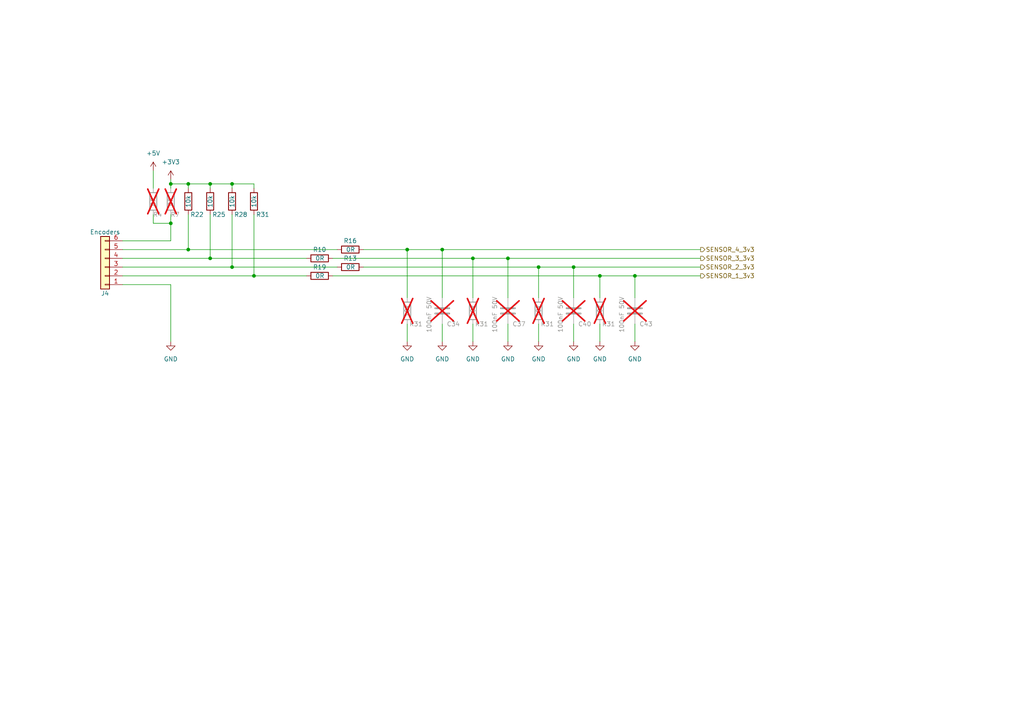
<source format=kicad_sch>
(kicad_sch (version 20230121) (generator eeschema)
  (paper "A4")
  (lib_symbols
    (symbol "Connector_Generic:Conn_01x06" (pin_names (offset 1.016) hide)
      (property "Reference" "J" (at 0 7.62 0))
      (property "Value" "Conn_01x06" (at 0 -10.16 0))
      (symbol "Conn_01x06_1_1"
        (rectangle (start -1.27 -7.493) (end 0 -7.747) (stroke (width 0.1524)))
        (rectangle (start -1.27 -4.953) (end 0 -5.207) (stroke (width 0.1524)))
        (rectangle (start -1.27 -2.413) (end 0 -2.667) (stroke (width 0.1524)))
        (rectangle (start -1.27 0.127) (end 0 -0.127) (stroke (width 0.1524)))
        (rectangle (start -1.27 2.667) (end 0 2.413) (stroke (width 0.1524)))
        (rectangle (start -1.27 5.207) (end 0 4.953) (stroke (width 0.1524)))
        (rectangle (start -1.27 6.35) (end 1.27 -8.89) (stroke (width 0.254)) (fill (type background)))
        (pin passive line (at -5.08 5.08 0) (length 3.81) (name "Pin_1") (number "1"))
        (pin passive line (at -5.08 2.54 0) (length 3.81) (name "Pin_2") (number "2"))
        (pin passive line (at -5.08 0 0) (length 3.81) (name "Pin_3") (number "3"))
        (pin passive line (at -5.08 -2.54 0) (length 3.81) (name "Pin_4") (number "4"))
        (pin passive line (at -5.08 -5.08 0) (length 3.81) (name "Pin_5") (number "5"))
        (pin passive line (at -5.08 -7.62 0) (length 3.81) (name "Pin_6") (number "6"))
      )
    )
    (symbol "cocotter_capacitors:C_100nF_50V_0603" (pin_numbers hide) (pin_names (offset 0.254))
      (property "Reference" "C" (at 0.635 2.54 0))
      (property "Value" "100nF 50V" (at 0.635 -2.54 0))
      (symbol "C_100nF_50V_0603_0_1"
        (polyline (pts (xy -2.032 -0.762) (xy 2.032 -0.762)) (stroke (width 0.508)))
        (polyline (pts (xy -2.032 0.762) (xy 2.032 0.762)) (stroke (width 0.508)))
      )
      (symbol "C_100nF_50V_0603_1_1"
        (pin passive line (at 0 3.81 270) (length 2.794) (name "~") (number "1"))
        (pin passive line (at 0 -3.81 90) (length 2.794) (name "~") (number "2"))
      )
    )
    (symbol "cocotter_resistors:R_0R_0603" (pin_numbers hide) (pin_names (offset 0))
      (property "Reference" "R" (at 1.27 1.27 0))
      (property "Value" "0R" (at 3.81 -1.27 0))
      (symbol "R_0R_0603_0_1"
        (rectangle (start -1.016 -2.54) (end 1.016 2.54) (stroke (width 0.254)))
      )
      (symbol "R_0R_0603_1_1"
        (pin passive line (at 0 3.81 270) (length 1.27) (name "~") (number "1"))
        (pin passive line (at 0 -3.81 90) (length 1.27) (name "~") (number "2"))
      )
    )
    (symbol "cocotter_resistors:R_10k_0603_1%" (pin_numbers hide) (pin_names (offset 0))
      (property "Reference" "R" (at 1.27 1.27 0))
      (property "Value" "10k" (at 3.81 -1.27 0))
      (symbol "R_10k_0603_1%_0_1"
        (rectangle (start -1.016 -2.54) (end 1.016 2.54) (stroke (width 0.254)))
      )
      (symbol "R_10k_0603_1%_1_1"
        (pin passive line (at 0 3.81 270) (length 1.27) (name "~") (number "1"))
        (pin passive line (at 0 -3.81 90) (length 1.27) (name "~") (number "2"))
      )
    )
    (symbol "power:+3V3" (power) (pin_names (offset 0))
      (property "Value" "+3V3" (at 0 3.556 0))
      (symbol "+3V3_0_1"
        (polyline (pts (xy -0.762 1.27) (xy 0 2.54)))
        (polyline (pts (xy 0 0) (xy 0 2.54)))
        (polyline (pts (xy 0 2.54) (xy 0.762 1.27)))
      )
      (symbol "+3V3_1_1"
        (pin power_in line (at 0 0 90) (length 0) hide (name "+3V3") (number "1"))
      )
    )
    (symbol "power:+5V" (power) (pin_names (offset 0))
      (property "Value" "+5V" (at 0 3.556 0))
      (symbol "+5V_0_1"
        (polyline (pts (xy -0.762 1.27) (xy 0 2.54)))
        (polyline (pts (xy 0 0) (xy 0 2.54)))
        (polyline (pts (xy 0 2.54) (xy 0.762 1.27)))
      )
      (symbol "+5V_1_1"
        (pin power_in line (at 0 0 90) (length 0) hide (name "+5V") (number "1"))
      )
    )
    (symbol "power:GND" (power) (pin_names (offset 0))
      (property "Value" "GND" (at 0 -3.81 0))
      (symbol "GND_0_1"
        (polyline (pts (xy 0 0) (xy 0 -1.27) (xy 1.27 -1.27) (xy 0 -2.54) (xy -1.27 -1.27) (xy 0 -1.27)))
      )
      (symbol "GND_1_1"
        (pin power_in line (at 0 0 270) (length 0) hide (name "GND") (number "1"))
      )
    )
  )
  (junction (at 49.53 53.34))
  (junction (at 118.11 72.39))
  (junction (at 49.53 64.77))
  (junction (at 173.99 80.01))
  (junction (at 54.61 53.34))
  (junction (at 60.96 74.93))
  (junction (at 166.37 77.47))
  (junction (at 184.15 80.01))
  (junction (at 137.16 74.93))
  (junction (at 156.21 77.47))
  (junction (at 60.96 53.34))
  (junction (at 73.66 80.01))
  (junction (at 67.31 53.34))
  (junction (at 128.27 72.39))
  (junction (at 147.32 74.93))
  (junction (at 54.61 72.39))
  (junction (at 67.31 77.47))
  (wire (pts (xy 118.11 93.98) (xy 118.11 99.06)))
  (wire (pts (xy 49.53 69.85) (xy 49.53 64.77)))
  (wire (pts (xy 60.96 74.93) (xy 88.9 74.93)))
  (wire (pts (xy 35.56 77.47) (xy 67.31 77.47)))
  (wire (pts (xy 54.61 53.34) (xy 60.96 53.34)))
  (wire (pts (xy 147.32 74.93) (xy 203.2 74.93)))
  (wire (pts (xy 128.27 72.39) (xy 203.2 72.39)))
  (wire (pts (xy 96.52 80.01) (xy 173.99 80.01)))
  (wire (pts (xy 118.11 72.39) (xy 128.27 72.39)))
  (wire (pts (xy 156.21 77.47) (xy 166.37 77.47)))
  (wire (pts (xy 35.56 80.01) (xy 73.66 80.01)))
  (wire (pts (xy 49.53 53.34) (xy 54.61 53.34)))
  (wire (pts (xy 96.52 74.93) (xy 137.16 74.93)))
  (wire (pts (xy 128.27 93.98) (xy 128.27 99.06)))
  (wire (pts (xy 54.61 62.23) (xy 54.61 72.39)))
  (wire (pts (xy 54.61 72.39) (xy 97.79 72.39)))
  (wire (pts (xy 128.27 72.39) (xy 128.27 86.36)))
  (wire (pts (xy 156.21 93.98) (xy 156.21 99.06)))
  (wire (pts (xy 166.37 77.47) (xy 166.37 86.36)))
  (wire (pts (xy 49.53 64.77) (xy 49.53 62.23)))
  (wire (pts (xy 49.53 53.34) (xy 49.53 54.61)))
  (wire (pts (xy 73.66 53.34) (xy 73.66 54.61)))
  (wire (pts (xy 67.31 77.47) (xy 97.79 77.47)))
  (wire (pts (xy 49.53 99.06) (xy 49.53 82.55)))
  (wire (pts (xy 49.53 52.07) (xy 49.53 53.34)))
  (wire (pts (xy 147.32 74.93) (xy 147.32 86.36)))
  (wire (pts (xy 166.37 93.98) (xy 166.37 99.06)))
  (wire (pts (xy 67.31 53.34) (xy 73.66 53.34)))
  (wire (pts (xy 173.99 93.98) (xy 173.99 99.06)))
  (wire (pts (xy 54.61 53.34) (xy 54.61 54.61)))
  (wire (pts (xy 166.37 77.47) (xy 203.2 77.47)))
  (wire (pts (xy 137.16 74.93) (xy 137.16 86.36)))
  (wire (pts (xy 184.15 80.01) (xy 203.2 80.01)))
  (wire (pts (xy 105.41 72.39) (xy 118.11 72.39)))
  (wire (pts (xy 44.45 64.77) (xy 49.53 64.77)))
  (wire (pts (xy 60.96 53.34) (xy 60.96 54.61)))
  (wire (pts (xy 73.66 62.23) (xy 73.66 80.01)))
  (wire (pts (xy 173.99 80.01) (xy 173.99 86.36)))
  (wire (pts (xy 67.31 62.23) (xy 67.31 77.47)))
  (wire (pts (xy 67.31 53.34) (xy 67.31 54.61)))
  (wire (pts (xy 44.45 62.23) (xy 44.45 64.77)))
  (wire (pts (xy 184.15 93.98) (xy 184.15 99.06)))
  (wire (pts (xy 173.99 80.01) (xy 184.15 80.01)))
  (wire (pts (xy 49.53 82.55) (xy 35.56 82.55)))
  (wire (pts (xy 137.16 93.98) (xy 137.16 99.06)))
  (wire (pts (xy 184.15 80.01) (xy 184.15 86.36)))
  (wire (pts (xy 44.45 49.53) (xy 44.45 54.61)))
  (wire (pts (xy 137.16 74.93) (xy 147.32 74.93)))
  (wire (pts (xy 105.41 77.47) (xy 156.21 77.47)))
  (wire (pts (xy 35.56 72.39) (xy 54.61 72.39)))
  (wire (pts (xy 156.21 77.47) (xy 156.21 86.36)))
  (wire (pts (xy 147.32 93.98) (xy 147.32 99.06)))
  (wire (pts (xy 60.96 53.34) (xy 67.31 53.34)))
  (wire (pts (xy 60.96 62.23) (xy 60.96 74.93)))
  (wire (pts (xy 35.56 74.93) (xy 60.96 74.93)))
  (wire (pts (xy 73.66 80.01) (xy 88.9 80.01)))
  (wire (pts (xy 118.11 72.39) (xy 118.11 86.36)))
  (wire (pts (xy 35.56 69.85) (xy 49.53 69.85)))
  (hierarchical_label "SENSOR_4_3v3" (shape output) (at 203.2 72.39 0))
  (hierarchical_label "SENSOR_2_3v3" (shape output) (at 203.2 77.47 0))
  (hierarchical_label "SENSOR_1_3v3" (shape output) (at 203.2 80.01 0))
  (hierarchical_label "SENSOR_3_3v3" (shape output) (at 203.2 74.93 0))
  (symbol (lib_id "cocotter_capacitors:C_100nF_50V_0603") (at 166.37 90.17 0) (unit 1) (dnp yes)
    (property "Reference" "C40" (at 167.64 93.98 0) (effects (justify left)))
    (property "Value" "100nF 50V" (at 162.56 96.52 90) (effects (justify left)))
    (property "Specification" "100nF 50V X7R 0603 " (effects hide))
    (instances (project "asserv_2023" (path "" (reference "C40") (unit 1)) (path "" (reference "C41") (unit 1)) (path "" (reference "C42") (unit 1))))
  )
  (symbol (lib_id "cocotter_resistors:R_0R_0603") (at 92.71 80.01 90) (mirror x) (unit 1)
    (property "Reference" "R19" (at 92.71 77.47 90))
    (property "Value" "0R" (at 91.44 80.01 90) (effects (justify right)))
    (property "Footprint" "cocotter_resistor:r0603_reflow" (effects hide))
    (property "Specification" "0R 0603 20mOhms max 100mW" (effects hide))
    (instances (project "asserv_2023" (path "" (reference "R19") (unit 1)) (path "" (reference "R20") (unit 1)) (path "" (reference "R21") (unit 1)) (path "" (reference "R13") (unit 1)) (path "" (reference "R23") (unit 1)) (path "" (reference "R33") (unit 1))))
  )
  (symbol (lib_id "cocotter_resistors:R_10k_0603_1%") (at 73.66 58.42 0) (unit 1)
    (property "Reference" "R31" (at 76.2 62.23 0))
    (property "Value" "10k" (at 73.66 58.42 90))
    (property "Footprint" "cocotter_resistor:r0603_reflow" (effects hide))
    (property "Specification" "10k 0603 1% 100mW" (effects hide))
    (property "mouser" "603-RC0603FR-10100KL" (effects hide))
    (instances (project "asserv_2023" (path "" (reference "R31") (unit 1)) (path "" (reference "R32") (unit 1)) (path "" (reference "R33") (unit 1)) (path "" (reference "R9") (unit 1)) (path "" (reference "R19") (unit 1)) (path "" (reference "R29") (unit 1))))
  )
  (symbol (lib_id "power:GND") (at 166.37 99.06 0) (unit 1)
    (property "Reference" "#PWR049" (effects hide))
    (property "Value" "GND" (at 166.37 104.14 0))
    (instances (project "asserv_2023" (path "" (reference "#PWR049") (unit 1)) (path "" (reference "#PWR050") (unit 1)) (path "" (reference "#PWR051") (unit 1)) (path "" (reference "#PWR065") (unit 1)) (path "" (reference "#PWR067") (unit 1)) (path "" (reference "#PWR069") (unit 1))))
  )
  (symbol (lib_id "cocotter_capacitors:C_100nF_50V_0603") (at 184.15 90.17 0) (unit 1) (dnp yes)
    (property "Reference" "C43" (at 185.42 93.98 0) (effects (justify left)))
    (property "Value" "100nF 50V" (at 180.34 96.52 90) (effects (justify left)))
    (property "Specification" "100nF 50V X7R 0603 " (effects hide))
    (instances (project "asserv_2023" (path "" (reference "C43") (unit 1)) (path "" (reference "C44") (unit 1)) (path "" (reference "C45") (unit 1))))
  )
  (symbol (lib_id "cocotter_resistors:R_10k_0603_1%") (at 60.96 58.42 0) (unit 1)
    (property "Reference" "R25" (at 63.5 62.23 0))
    (property "Value" "10k" (at 60.96 58.42 90))
    (property "Footprint" "cocotter_resistor:r0603_reflow" (effects hide))
    (property "Specification" "10k 0603 1% 100mW" (effects hide))
    (property "mouser" "603-RC0603FR-10100KL" (effects hide))
    (instances (project "asserv_2023" (path "" (reference "R25") (unit 1)) (path "" (reference "R26") (unit 1)) (path "" (reference "R27") (unit 1)) (path "" (reference "R7") (unit 1)) (path "" (reference "R17") (unit 1)) (path "" (reference "R27") (unit 1))))
  )
  (symbol (lib_id "cocotter_resistors:R_10k_0603_1%") (at 118.11 90.17 0) (unit 1) (dnp yes)
    (property "Reference" "R31" (at 120.65 93.98 0))
    (property "Value" "10k" (at 118.11 90.17 90))
    (property "Footprint" "cocotter_resistor:r0603_reflow" (effects hide))
    (property "Specification" "10k 0603 1% 100mW" (effects hide))
    (property "mouser" "603-RC0603FR-10100KL" (effects hide))
    (instances (project "asserv_2023" (path "" (reference "R31") (unit 1)) (path "" (reference "R32") (unit 1)) (path "" (reference "R33") (unit 1)) (path "" (reference "R34") (unit 1)) (path "" (reference "R35") (unit 1)) (path "" (reference "R36") (unit 1))))
  )
  (symbol (lib_id "power:GND") (at 184.15 99.06 0) (unit 1)
    (property "Reference" "#PWR049" (effects hide))
    (property "Value" "GND" (at 184.15 104.14 0))
    (instances (project "asserv_2023" (path "" (reference "#PWR049") (unit 1)) (path "" (reference "#PWR050") (unit 1)) (path "" (reference "#PWR051") (unit 1)) (path "" (reference "#PWR071") (unit 1)) (path "" (reference "#PWR073") (unit 1)) (path "" (reference "#PWR075") (unit 1))))
  )
  (symbol (lib_id "power:GND") (at 156.21 99.06 0) (unit 1)
    (property "Reference" "#PWR049" (effects hide))
    (property "Value" "GND" (at 156.21 104.14 0))
    (instances (project "asserv_2023" (path "" (reference "#PWR049") (unit 1)) (path "" (reference "#PWR050") (unit 1)) (path "" (reference "#PWR051") (unit 1)) (path "" (reference "#PWR064") (unit 1)) (path "" (reference "#PWR066") (unit 1)) (path "" (reference "#PWR068") (unit 1))))
  )
  (symbol (lib_id "cocotter_resistors:R_10k_0603_1%") (at 173.99 90.17 0) (unit 1) (dnp yes)
    (property "Reference" "R31" (at 176.53 93.98 0))
    (property "Value" "10k" (at 173.99 90.17 90))
    (property "Footprint" "cocotter_resistor:r0603_reflow" (effects hide))
    (property "Specification" "10k 0603 1% 100mW" (effects hide))
    (property "mouser" "603-RC0603FR-10100KL" (effects hide))
    (instances (project "asserv_2023" (path "" (reference "R31") (unit 1)) (path "" (reference "R32") (unit 1)) (path "" (reference "R33") (unit 1)) (path "" (reference "R43") (unit 1)) (path "" (reference "R44") (unit 1)) (path "" (reference "R45") (unit 1))))
  )
  (symbol (lib_id "power:GND") (at 147.32 99.06 0) (unit 1)
    (property "Reference" "#PWR049" (effects hide))
    (property "Value" "GND" (at 147.32 104.14 0))
    (instances (project "asserv_2023" (path "" (reference "#PWR049") (unit 1)) (path "" (reference "#PWR050") (unit 1)) (path "" (reference "#PWR051") (unit 1)) (path "" (reference "#PWR059") (unit 1)) (path "" (reference "#PWR061") (unit 1)) (path "" (reference "#PWR063") (unit 1))))
  )
  (symbol (lib_id "power:GND") (at 128.27 99.06 0) (unit 1)
    (property "Reference" "#PWR049" (effects hide))
    (property "Value" "GND" (at 128.27 104.14 0))
    (instances (project "asserv_2023" (path "" (reference "#PWR049") (unit 1)) (path "" (reference "#PWR050") (unit 1)) (path "" (reference "#PWR051") (unit 1)) (path "" (reference "#PWR055") (unit 1)) (path "" (reference "#PWR056") (unit 1)) (path "" (reference "#PWR057") (unit 1))))
  )
  (symbol (lib_id "cocotter_resistors:R_0R_0603") (at 44.45 58.42 0) (unit 1) (dnp yes)
    (property "Reference" "R4" (at 45.72 62.23 0))
    (property "Value" "0R" (at 44.45 57.15 90) (effects (justify right)))
    (property "Footprint" "cocotter_resistor:r0603_reflow" (effects hide))
    (property "Specification" "0R 0603 20mOhms max 100mW" (effects hide))
    (instances (project "asserv_2023" (path "" (reference "R4") (unit 1)) (path "" (reference "R5") (unit 1)) (path "" (reference "R6") (unit 1)) (path "" (reference "R4") (unit 1)) (path "" (reference "R14") (unit 1)) (path "" (reference "R24") (unit 1))))
  )
  (symbol (lib_id "cocotter_capacitors:C_100nF_50V_0603") (at 128.27 90.17 0) (unit 1) (dnp yes)
    (property "Reference" "C34" (at 129.54 93.98 0) (effects (justify left)))
    (property "Value" "100nF 50V" (at 124.46 96.52 90) (effects (justify left)))
    (property "Specification" "100nF 50V X7R 0603 " (effects hide))
    (instances (project "asserv_2023" (path "" (reference "C34") (unit 1)) (path "" (reference "C35") (unit 1)) (path "" (reference "C36") (unit 1))))
  )
  (symbol (lib_id "cocotter_resistors:R_10k_0603_1%") (at 137.16 90.17 0) (unit 1) (dnp yes)
    (property "Reference" "R31" (at 139.7 93.98 0))
    (property "Value" "10k" (at 137.16 90.17 90))
    (property "Footprint" "cocotter_resistor:r0603_reflow" (effects hide))
    (property "Specification" "10k 0603 1% 100mW" (effects hide))
    (property "mouser" "603-RC0603FR-10100KL" (effects hide))
    (instances (project "asserv_2023" (path "" (reference "R31") (unit 1)) (path "" (reference "R32") (unit 1)) (path "" (reference "R33") (unit 1)) (path "" (reference "R37") (unit 1)) (path "" (reference "R38") (unit 1)) (path "" (reference "R39") (unit 1))))
  )
  (symbol (lib_id "cocotter_resistors:R_10k_0603_1%") (at 54.61 58.42 0) (unit 1)
    (property "Reference" "R22" (at 57.15 62.23 0))
    (property "Value" "10k" (at 54.61 58.42 90))
    (property "Footprint" "cocotter_resistor:r0603_reflow" (effects hide))
    (property "Specification" "10k 0603 1% 100mW" (effects hide))
    (property "mouser" "603-RC0603FR-10100KL" (effects hide))
    (instances (project "asserv_2023" (path "" (reference "R22") (unit 1)) (path "" (reference "R23") (unit 1)) (path "" (reference "R24") (unit 1)) (path "" (reference "R6") (unit 1)) (path "" (reference "R16") (unit 1)) (path "" (reference "R26") (unit 1))))
  )
  (symbol (lib_id "cocotter_capacitors:C_100nF_50V_0603") (at 147.32 90.17 0) (unit 1) (dnp yes)
    (property "Reference" "C37" (at 148.59 93.98 0) (effects (justify left)))
    (property "Value" "100nF 50V" (at 143.51 96.52 90) (effects (justify left)))
    (property "Specification" "100nF 50V X7R 0603 " (effects hide))
    (instances (project "asserv_2023" (path "" (reference "C37") (unit 1)) (path "" (reference "C38") (unit 1)) (path "" (reference "C39") (unit 1))))
  )
  (symbol (lib_id "power:GND") (at 118.11 99.06 0) (unit 1)
    (property "Reference" "#PWR049" (effects hide))
    (property "Value" "GND" (at 118.11 104.14 0))
    (instances (project "asserv_2023" (path "" (reference "#PWR049") (unit 1)) (path "" (reference "#PWR050") (unit 1)) (path "" (reference "#PWR051") (unit 1)) (path "" (reference "#PWR052") (unit 1)) (path "" (reference "#PWR053") (unit 1)) (path "" (reference "#PWR054") (unit 1))))
  )
  (symbol (lib_id "power:GND") (at 137.16 99.06 0) (unit 1)
    (property "Reference" "#PWR049" (effects hide))
    (property "Value" "GND" (at 137.16 104.14 0))
    (instances (project "asserv_2023" (path "" (reference "#PWR049") (unit 1)) (path "" (reference "#PWR050") (unit 1)) (path "" (reference "#PWR051") (unit 1)) (path "" (reference "#PWR058") (unit 1)) (path "" (reference "#PWR060") (unit 1)) (path "" (reference "#PWR062") (unit 1))))
  )
  (symbol (lib_id "Connector_Generic:Conn_01x06") (at 30.48 77.47 180) (unit 1)
    (property "Reference" "J4" (at 30.48 85.09 0))
    (property "Value" "Encoders" (at 30.48 67.31 0))
    (instances (project "asserv_2023" (path "" (reference "J4") (unit 1)) (path "" (reference "J5") (unit 1)) (path "" (reference "J6") (unit 1)) (path "" (reference "J4") (unit 1)) (path "" (reference "J5") (unit 1)) (path "" (reference "J6") (unit 1))))
  )
  (symbol (lib_id "power:+5V") (at 44.45 49.53 0) (unit 1)
    (property "Reference" "#PWR046" (effects hide))
    (property "Value" "+5V" (at 44.45 44.45 0))
    (instances (project "asserv_2023" (path "" (reference "#PWR046") (unit 1)) (path "" (reference "#PWR047") (unit 1)) (path "" (reference "#PWR048") (unit 1)) (path "" (reference "#PWR043") (unit 1)) (path "" (reference "#PWR046") (unit 1)) (path "" (reference "#PWR049") (unit 1))))
  )
  (symbol (lib_id "cocotter_resistors:R_0R_0603") (at 101.6 77.47 90) (mirror x) (unit 1)
    (property "Reference" "R13" (at 101.6 74.93 90))
    (property "Value" "0R" (at 100.33 77.47 90) (effects (justify right)))
    (property "Footprint" "cocotter_resistor:r0603_reflow" (effects hide))
    (property "Specification" "0R 0603 20mOhms max 100mW" (effects hide))
    (instances (project "asserv_2023" (path "" (reference "R13") (unit 1)) (path "" (reference "R14") (unit 1)) (path "" (reference "R15") (unit 1)) (path "" (reference "R12") (unit 1)) (path "" (reference "R22") (unit 1)) (path "" (reference "R32") (unit 1))))
  )
  (symbol (lib_id "cocotter_resistors:R_0R_0603") (at 92.71 74.93 90) (mirror x) (unit 1)
    (property "Reference" "R10" (at 92.71 72.39 90))
    (property "Value" "0R" (at 91.44 74.93 90) (effects (justify right)))
    (property "Footprint" "cocotter_resistor:r0603_reflow" (effects hide))
    (property "Specification" "0R 0603 20mOhms max 100mW" (effects hide))
    (instances (project "asserv_2023" (path "" (reference "R10") (unit 1)) (path "" (reference "R11") (unit 1)) (path "" (reference "R12") (unit 1)) (path "" (reference "R11") (unit 1)) (path "" (reference "R21") (unit 1)) (path "" (reference "R31") (unit 1))))
  )
  (symbol (lib_id "power:GND") (at 49.53 99.06 0) (unit 1)
    (property "Reference" "#PWR049" (effects hide))
    (property "Value" "GND" (at 49.53 104.14 0))
    (instances (project "asserv_2023" (path "" (reference "#PWR049") (unit 1)) (path "" (reference "#PWR050") (unit 1)) (path "" (reference "#PWR051") (unit 1)) (path "" (reference "#PWR045") (unit 1)) (path "" (reference "#PWR048") (unit 1)) (path "" (reference "#PWR051") (unit 1))))
  )
  (symbol (lib_id "cocotter_resistors:R_10k_0603_1%") (at 67.31 58.42 0) (unit 1)
    (property "Reference" "R28" (at 69.85 62.23 0))
    (property "Value" "10k" (at 67.31 58.42 90))
    (property "Footprint" "cocotter_resistor:r0603_reflow" (effects hide))
    (property "Specification" "10k 0603 1% 100mW" (effects hide))
    (property "mouser" "603-RC0603FR-10100KL" (effects hide))
    (instances (project "asserv_2023" (path "" (reference "R28") (unit 1)) (path "" (reference "R29") (unit 1)) (path "" (reference "R30") (unit 1)) (path "" (reference "R8") (unit 1)) (path "" (reference "R18") (unit 1)) (path "" (reference "R28") (unit 1))))
  )
  (symbol (lib_id "power:GND") (at 173.99 99.06 0) (unit 1)
    (property "Reference" "#PWR049" (effects hide))
    (property "Value" "GND" (at 173.99 104.14 0))
    (instances (project "asserv_2023" (path "" (reference "#PWR049") (unit 1)) (path "" (reference "#PWR050") (unit 1)) (path "" (reference "#PWR051") (unit 1)) (path "" (reference "#PWR070") (unit 1)) (path "" (reference "#PWR072") (unit 1)) (path "" (reference "#PWR074") (unit 1))))
  )
  (symbol (lib_id "cocotter_resistors:R_0R_0603") (at 101.6 72.39 90) (mirror x) (unit 1)
    (property "Reference" "R16" (at 101.6 69.85 90))
    (property "Value" "0R" (at 100.33 72.39 90) (effects (justify right)))
    (property "Footprint" "cocotter_resistor:r0603_reflow" (effects hide))
    (property "Specification" "0R 0603 20mOhms max 100mW" (effects hide))
    (instances (project "asserv_2023" (path "" (reference "R16") (unit 1)) (path "" (reference "R17") (unit 1)) (path "" (reference "R18") (unit 1)) (path "" (reference "R10") (unit 1)) (path "" (reference "R20") (unit 1)) (path "" (reference "R30") (unit 1))))
  )
  (symbol (lib_id "cocotter_resistors:R_10k_0603_1%") (at 156.21 90.17 0) (unit 1) (dnp yes)
    (property "Reference" "R31" (at 158.75 93.98 0))
    (property "Value" "10k" (at 156.21 90.17 90))
    (property "Footprint" "cocotter_resistor:r0603_reflow" (effects hide))
    (property "Specification" "10k 0603 1% 100mW" (effects hide))
    (property "mouser" "603-RC0603FR-10100KL" (effects hide))
    (instances (project "asserv_2023" (path "" (reference "R31") (unit 1)) (path "" (reference "R32") (unit 1)) (path "" (reference "R33") (unit 1)) (path "" (reference "R40") (unit 1)) (path "" (reference "R41") (unit 1)) (path "" (reference "R42") (unit 1))))
  )
  (symbol (lib_id "cocotter_resistors:R_0R_0603") (at 49.53 58.42 0) (mirror y) (unit 1) (dnp yes)
    (property "Reference" "R7" (at 50.8 62.23 0))
    (property "Value" "0R" (at 49.53 57.15 90) (effects (justify right)))
    (property "Footprint" "cocotter_resistor:r0603_reflow" (effects hide))
    (property "Specification" "0R 0603 20mOhms max 100mW" (effects hide))
    (instances (project "asserv_2023" (path "" (reference "R7") (unit 1)) (path "" (reference "R8") (unit 1)) (path "" (reference "R9") (unit 1)) (path "" (reference "R5") (unit 1)) (path "" (reference "R15") (unit 1)) (path "" (reference "R25") (unit 1))))
  )
  (symbol (lib_id "power:+3V3") (at 49.53 52.07 0) (unit 1)
    (property "Reference" "#PWR043" (effects hide))
    (property "Value" "+3V3" (at 49.53 46.99 0))
    (instances (project "asserv_2023" (path "" (reference "#PWR043") (unit 1)) (path "" (reference "#PWR044") (unit 1)) (path "" (reference "#PWR045") (unit 1)) (path "" (reference "#PWR044") (unit 1)) (path "" (reference "#PWR047") (unit 1)) (path "" (reference "#PWR050") (unit 1))))
  )
)
</source>
